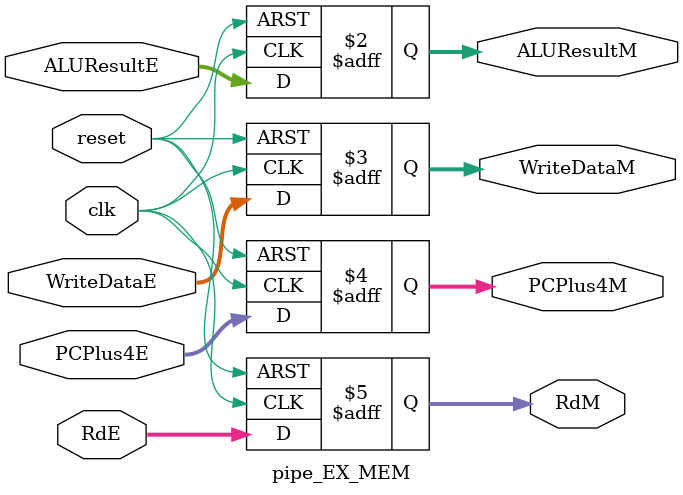
<source format=sv>
`timescale 1ns / 1ps


//======================================================================
// Pipeline Register: EX/MEM
// Purpose : Transfers ALU result, data to write, destination register,
//           and PC+4 to Memory stage.
//======================================================================
module pipe_EX_MEM (
  input  logic        clk, reset,
  input  logic [31:0] ALUResultE, WriteDataE, PCPlus4E,
  input  logic [4:0]  RdE,
  output logic [31:0] ALUResultM, WriteDataM, PCPlus4M,
  output logic [4:0]  RdM
);

  always_ff @(posedge clk or posedge reset) begin
    if (reset) begin
      ALUResultM <= 32'b0;
      WriteDataM <= 32'b0;
      PCPlus4M   <= 32'b0;
      RdM        <= 5'b0;
    end 
    else begin
      ALUResultM <= ALUResultE;
      WriteDataM <= WriteDataE;
      PCPlus4M   <= PCPlus4E;
      RdM        <= RdE;
    end
  end

endmodule


</source>
